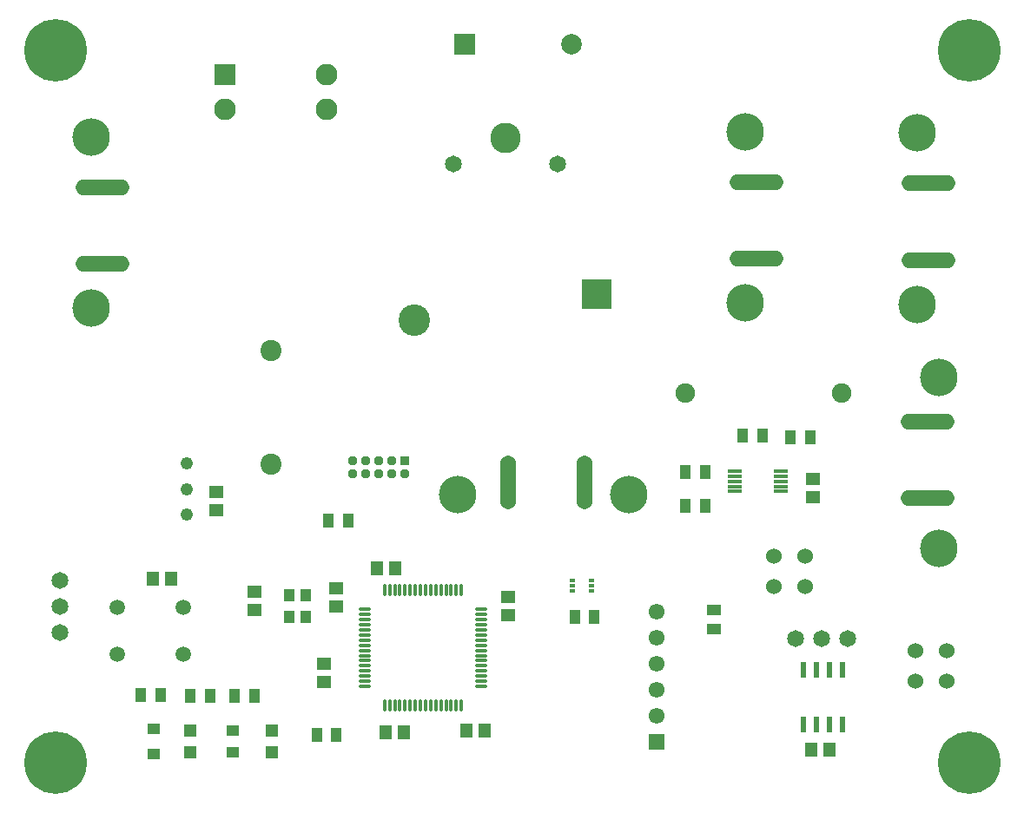
<source format=gbr>
%FSTAX23Y23*%
%MOIN*%
%SFA1B1*%

%IPPOS*%
%AMD21*
4,1,8,-0.026500,0.004000,-0.026500,-0.004000,-0.024500,-0.006000,0.024500,-0.006000,0.026500,-0.004000,0.026500,0.004000,0.024500,0.006000,-0.024500,0.006000,-0.026500,0.004000,0.0*
1,1,0.004000,-0.024500,0.004000*
1,1,0.004000,-0.024500,-0.004000*
1,1,0.004000,0.024500,-0.004000*
1,1,0.004000,0.024500,0.004000*
%
%ADD10R,0.043000X0.051000*%
%ADD11R,0.047000X0.047000*%
%ADD12R,0.041000X0.055000*%
%ADD13R,0.024000X0.012000*%
%ADD14R,0.045000X0.057000*%
%ADD15R,0.057000X0.045000*%
%ADD16O,0.051000X0.012000*%
%ADD17O,0.012000X0.051000*%
%ADD18R,0.049000X0.043000*%
%ADD19R,0.055000X0.041000*%
%ADD20R,0.024000X0.059000*%
G04~CAMADD=21~8~0.0~0.0~120.0~530.0~20.0~0.0~15~0.0~0.0~0.0~0.0~0~0.0~0.0~0.0~0.0~0~0.0~0.0~0.0~90.0~530.0~120.0*
%ADD21D21*%
%ADD22R,0.047000X0.043000*%
%ADD27C,0.060000*%
%ADD28R,0.061000X0.061000*%
%ADD29C,0.061000*%
%ADD30O,0.207000X0.060000*%
%ADD31C,0.144000*%
%ADD32O,0.060000X0.207000*%
%ADD33C,0.079000*%
%ADD34R,0.079000X0.079000*%
%ADD35C,0.081000*%
%ADD36C,0.083000*%
%ADD37R,0.083000X0.083000*%
%ADD38C,0.037000*%
%ADD39R,0.037000X0.037000*%
%ADD40C,0.059000*%
%ADD41C,0.065000*%
%ADD42C,0.049000*%
%ADD43C,0.240000*%
%ADD44C,0.075000*%
%ADD45C,0.065000*%
%ADD46C,0.121000*%
%ADD47C,0.117000*%
%ADD48R,0.117000X0.117000*%
%LNbatt_man_rev2_pads_top-1*%
%LPD*%
G54D10*
X0111Y01251D03*
Y0117D03*
X01046D03*
Y01251D03*
G54D11*
X0098Y00731D03*
Y00649D03*
X00665D03*
Y00731D03*
G54D12*
X01153Y00715D03*
X01227D03*
X01198Y0154D03*
X01272D03*
X00552Y0087D03*
X00478D03*
X02217Y0117D03*
X02143D03*
X02862Y01865D03*
X02788D03*
X02568Y01725D03*
X02642D03*
X02568Y01595D03*
X02642D03*
X00668Y00865D03*
X00742D03*
X00838D03*
X00912D03*
X03045Y0186D03*
X0297D03*
G54D13*
X02207Y0127D03*
Y0129D03*
Y0131D03*
X02133D03*
Y0129D03*
Y0127D03*
G54D14*
X00593Y01315D03*
X00523D03*
X01795Y00732D03*
X01725D03*
X01485Y00725D03*
X01415D03*
X01383Y01356D03*
X01454D03*
X0305Y0066D03*
X0312D03*
G54D15*
X00912Y01266D03*
Y01195D03*
X0118Y00919D03*
Y0099D03*
X01885Y01245D03*
Y01174D03*
X03055Y0163D03*
Y017D03*
X01225Y0128D03*
Y0121D03*
X00765Y0165D03*
Y0158D03*
G54D16*
X01338Y01198D03*
Y01178D03*
Y01158D03*
Y01139D03*
Y01119D03*
Y01099D03*
Y0108D03*
Y0106D03*
Y0104D03*
Y0102D03*
Y01001D03*
Y00981D03*
Y00961D03*
Y00942D03*
Y00922D03*
Y00902D03*
X01782D03*
Y00922D03*
Y00942D03*
Y00961D03*
Y00981D03*
Y01001D03*
Y0102D03*
Y0104D03*
Y0106D03*
Y0108D03*
Y01099D03*
Y01119D03*
Y01139D03*
Y01158D03*
Y01178D03*
Y01198D03*
G54D17*
X01412Y00828D03*
X01432D03*
X01452D03*
X01471D03*
X01491D03*
X01511D03*
X0153D03*
X0155D03*
X0157D03*
X0159D03*
X01609D03*
X01629D03*
X01649D03*
X01668D03*
X01688D03*
X01708D03*
Y01272D03*
X01688D03*
X01668D03*
X01649D03*
X01629D03*
X01609D03*
X0159D03*
X0157D03*
X0155D03*
X0153D03*
X01511D03*
X01491D03*
X01471D03*
X01452D03*
X01432D03*
X01412D03*
G54D18*
X00525Y00739D03*
Y00641D03*
G54D19*
X02675Y01123D03*
Y01197D03*
G54D20*
X0302Y00755D03*
X0307D03*
X0312D03*
X0317D03*
Y00964D03*
X0312D03*
X0307D03*
X0302D03*
G54D21*
X02757Y01651D03*
Y0167D03*
Y0169D03*
Y0171D03*
X02933Y01651D03*
Y0167D03*
Y0169D03*
Y0171D03*
X02757Y01729D03*
X02933D03*
G54D22*
X0083Y00649D03*
Y00731D03*
G54D27*
X03569Y00921D03*
X03451D03*
X03569Y01039D03*
X03451D03*
X03025Y01403D03*
Y01285D03*
X02907Y01403D03*
Y01285D03*
G54D28*
X02455Y0069D03*
G54D29*
X02455Y0079D03*
Y0089D03*
Y0099D03*
Y0109D03*
Y0119D03*
G54D30*
X03495Y01625D03*
Y0192D03*
X0033Y0282D03*
Y02525D03*
X035Y02835D03*
Y0254D03*
X0284Y0284D03*
Y02545D03*
G54D31*
X0354Y01432D03*
Y0209D03*
X01692Y0164D03*
X0235D03*
X00285Y03013D03*
Y02355D03*
X03455Y03028D03*
Y0237D03*
X02795Y03033D03*
Y02375D03*
G54D32*
X01885Y01685D03*
X0218D03*
G54D33*
X02131Y0337D03*
G54D34*
X01719Y0337D03*
G54D35*
X00975Y02193D03*
Y01755D03*
G54D36*
X008Y03118D03*
X0119D03*
Y03252D03*
G54D37*
X008Y03252D03*
G54D38*
X0129Y0172D03*
X0134D03*
X0139D03*
X0144D03*
X0149D03*
X0129Y0177D03*
X0134D03*
X0139D03*
X0144D03*
G54D39*
X0149Y0177D03*
G54D40*
X00385Y01204D03*
X00641D03*
X00385Y01026D03*
X00641D03*
G54D41*
X00165Y0131D03*
Y0121D03*
Y0111D03*
X0299Y01085D03*
X0309D03*
X0319D03*
G54D42*
X00654Y01758D03*
Y0166D03*
Y01562D03*
G54D43*
X0015Y03345D03*
Y0061D03*
X03655Y03345D03*
Y0061D03*
G54D44*
X02565Y0203D03*
X03165D03*
G54D45*
X02075Y0291D03*
X01675D03*
G54D46*
X01525Y0231D03*
G54D47*
X01875Y0301D03*
G54D48*
X02225Y0241D03*
M02*
</source>
